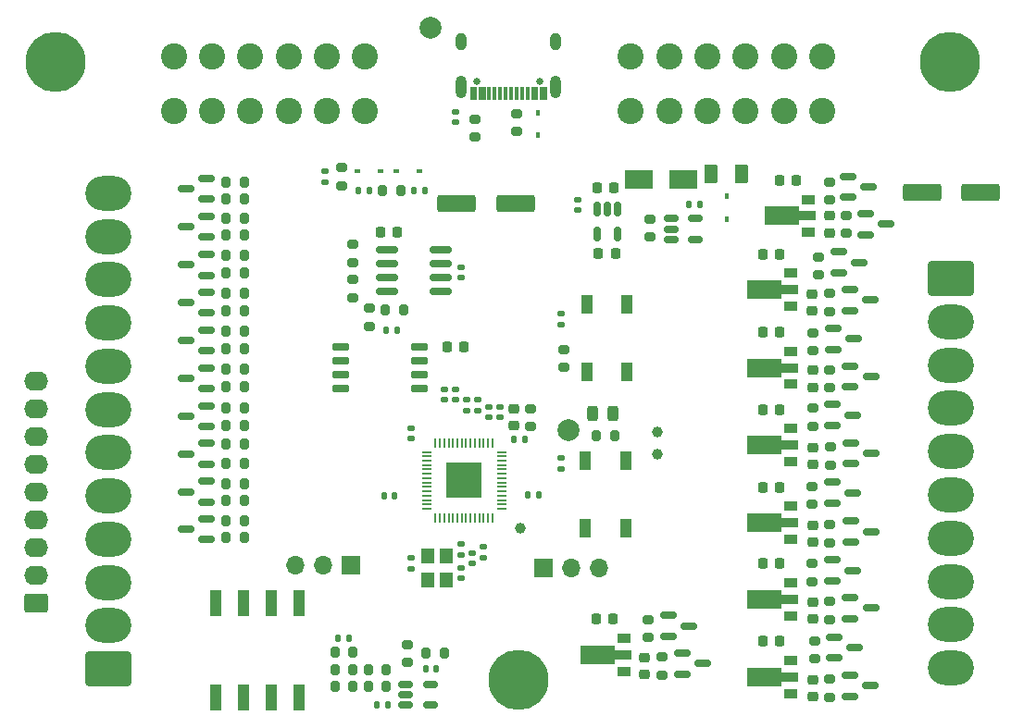
<source format=gts>
%TF.GenerationSoftware,KiCad,Pcbnew,6.0.11+dfsg-1~bpo11+1*%
%TF.CreationDate,2023-10-22T15:16:06+02:00*%
%TF.ProjectId,Out_8x10,4f75745f-3878-4313-902e-6b696361645f,0.2.0*%
%TF.SameCoordinates,Original*%
%TF.FileFunction,Soldermask,Top*%
%TF.FilePolarity,Negative*%
%FSLAX46Y46*%
G04 Gerber Fmt 4.6, Leading zero omitted, Abs format (unit mm)*
G04 Created by KiCad (PCBNEW 6.0.11+dfsg-1~bpo11+1) date 2023-10-22 15:16:06*
%MOMM*%
%LPD*%
G01*
G04 APERTURE LIST*
G04 Aperture macros list*
%AMRoundRect*
0 Rectangle with rounded corners*
0 $1 Rounding radius*
0 $2 $3 $4 $5 $6 $7 $8 $9 X,Y pos of 4 corners*
0 Add a 4 corners polygon primitive as box body*
4,1,4,$2,$3,$4,$5,$6,$7,$8,$9,$2,$3,0*
0 Add four circle primitives for the rounded corners*
1,1,$1+$1,$2,$3*
1,1,$1+$1,$4,$5*
1,1,$1+$1,$6,$7*
1,1,$1+$1,$8,$9*
0 Add four rect primitives between the rounded corners*
20,1,$1+$1,$2,$3,$4,$5,0*
20,1,$1+$1,$4,$5,$6,$7,0*
20,1,$1+$1,$6,$7,$8,$9,0*
20,1,$1+$1,$8,$9,$2,$3,0*%
%AMFreePoly0*
4,1,9,3.862500,-0.866500,0.737500,-0.866500,0.737500,-0.450000,-0.737500,-0.450000,-0.737500,0.450000,0.737500,0.450000,0.737500,0.866500,3.862500,0.866500,3.862500,-0.866500,3.862500,-0.866500,$1*%
G04 Aperture macros list end*
%ADD10RoundRect,0.140000X-0.140000X-0.170000X0.140000X-0.170000X0.140000X0.170000X-0.140000X0.170000X0*%
%ADD11C,2.000000*%
%ADD12RoundRect,0.140000X0.170000X-0.140000X0.170000X0.140000X-0.170000X0.140000X-0.170000X-0.140000X0*%
%ADD13RoundRect,0.140000X-0.170000X0.140000X-0.170000X-0.140000X0.170000X-0.140000X0.170000X0.140000X0*%
%ADD14C,2.400000*%
%ADD15RoundRect,0.200000X0.200000X0.275000X-0.200000X0.275000X-0.200000X-0.275000X0.200000X-0.275000X0*%
%ADD16RoundRect,0.200000X-0.275000X0.200000X-0.275000X-0.200000X0.275000X-0.200000X0.275000X0.200000X0*%
%ADD17RoundRect,0.225000X0.225000X0.250000X-0.225000X0.250000X-0.225000X-0.250000X0.225000X-0.250000X0*%
%ADD18R,0.600000X0.450000*%
%ADD19RoundRect,0.150000X-0.587500X-0.150000X0.587500X-0.150000X0.587500X0.150000X-0.587500X0.150000X0*%
%ADD20RoundRect,0.150000X-0.512500X-0.150000X0.512500X-0.150000X0.512500X0.150000X-0.512500X0.150000X0*%
%ADD21RoundRect,0.200000X0.275000X-0.200000X0.275000X0.200000X-0.275000X0.200000X-0.275000X-0.200000X0*%
%ADD22RoundRect,0.250000X-1.500000X-0.550000X1.500000X-0.550000X1.500000X0.550000X-1.500000X0.550000X0*%
%ADD23R,1.300000X0.900000*%
%ADD24FreePoly0,180.000000*%
%ADD25RoundRect,0.150000X0.587500X0.150000X-0.587500X0.150000X-0.587500X-0.150000X0.587500X-0.150000X0*%
%ADD26RoundRect,0.150000X-0.150000X0.512500X-0.150000X-0.512500X0.150000X-0.512500X0.150000X0.512500X0*%
%ADD27RoundRect,0.200000X-0.200000X-0.275000X0.200000X-0.275000X0.200000X0.275000X-0.200000X0.275000X0*%
%ADD28RoundRect,0.135000X0.185000X-0.135000X0.185000X0.135000X-0.185000X0.135000X-0.185000X-0.135000X0*%
%ADD29C,5.500000*%
%ADD30RoundRect,0.225000X0.250000X-0.225000X0.250000X0.225000X-0.250000X0.225000X-0.250000X-0.225000X0*%
%ADD31R,2.500000X1.800000*%
%ADD32RoundRect,0.135000X0.135000X0.185000X-0.135000X0.185000X-0.135000X-0.185000X0.135000X-0.185000X0*%
%ADD33C,1.000000*%
%ADD34RoundRect,0.243750X0.243750X0.456250X-0.243750X0.456250X-0.243750X-0.456250X0.243750X-0.456250X0*%
%ADD35C,0.650000*%
%ADD36R,0.300000X1.150000*%
%ADD37O,1.000000X2.100000*%
%ADD38O,1.000000X1.600000*%
%ADD39RoundRect,0.250000X1.850000X-1.330000X1.850000X1.330000X-1.850000X1.330000X-1.850000X-1.330000X0*%
%ADD40O,4.200000X3.160000*%
%ADD41RoundRect,0.140000X0.140000X0.170000X-0.140000X0.170000X-0.140000X-0.170000X0.140000X-0.170000X0*%
%ADD42RoundRect,0.135000X-0.185000X0.135000X-0.185000X-0.135000X0.185000X-0.135000X0.185000X0.135000X0*%
%ADD43RoundRect,0.250000X-1.850000X1.330000X-1.850000X-1.330000X1.850000X-1.330000X1.850000X1.330000X0*%
%ADD44R,1.700000X1.700000*%
%ADD45O,1.700000X1.700000*%
%ADD46RoundRect,0.135000X-0.135000X-0.185000X0.135000X-0.185000X0.135000X0.185000X-0.135000X0.185000X0*%
%ADD47R,1.100000X1.800000*%
%ADD48RoundRect,0.050000X-0.387500X-0.050000X0.387500X-0.050000X0.387500X0.050000X-0.387500X0.050000X0*%
%ADD49RoundRect,0.050000X-0.050000X-0.387500X0.050000X-0.387500X0.050000X0.387500X-0.050000X0.387500X0*%
%ADD50R,3.200000X3.200000*%
%ADD51RoundRect,0.250000X-0.375000X-0.625000X0.375000X-0.625000X0.375000X0.625000X-0.375000X0.625000X0*%
%ADD52RoundRect,0.150000X-0.825000X-0.150000X0.825000X-0.150000X0.825000X0.150000X-0.825000X0.150000X0*%
%ADD53RoundRect,0.225000X-0.225000X-0.250000X0.225000X-0.250000X0.225000X0.250000X-0.225000X0.250000X0*%
%ADD54R,0.450000X0.600000*%
%ADD55RoundRect,0.250000X0.845000X-0.620000X0.845000X0.620000X-0.845000X0.620000X-0.845000X-0.620000X0*%
%ADD56O,2.190000X1.740000*%
%ADD57R,1.120000X2.440000*%
%ADD58R,1.200000X1.400000*%
%ADD59RoundRect,0.150000X-0.650000X-0.150000X0.650000X-0.150000X0.650000X0.150000X-0.650000X0.150000X0*%
G04 APERTURE END LIST*
D10*
X151418000Y-89434000D03*
X152378000Y-89434000D03*
D11*
X142500000Y-46674000D03*
D12*
X145270000Y-97034000D03*
X145270000Y-96074000D03*
D13*
X155933600Y-62376800D03*
X155933600Y-63336800D03*
D14*
X178292000Y-54280000D03*
X178292000Y-49280000D03*
X174792000Y-49280000D03*
X174792000Y-54280000D03*
X171292000Y-49280000D03*
X171292000Y-54280000D03*
X167792000Y-54280000D03*
X167792000Y-49280000D03*
X164292000Y-54280000D03*
X164292000Y-49280000D03*
X160792000Y-54280000D03*
X160792000Y-49280000D03*
D15*
X125437400Y-64109600D03*
X123787400Y-64109600D03*
D16*
X150374000Y-54485000D03*
X150374000Y-56135000D03*
D17*
X174409400Y-102819200D03*
X172859400Y-102819200D03*
D18*
X135816000Y-59786000D03*
X137916000Y-59786000D03*
D19*
X179402500Y-102428000D03*
X179402500Y-104328000D03*
X181277500Y-103378000D03*
D20*
X164465000Y-64124800D03*
X164465000Y-65074800D03*
X164465000Y-66024800D03*
X166740000Y-66024800D03*
X166740000Y-64124800D03*
D21*
X154692000Y-77725000D03*
X154692000Y-76075000D03*
X162356800Y-102475800D03*
X162356800Y-100825800D03*
D22*
X144874000Y-62738000D03*
X150274000Y-62738000D03*
D12*
X143746000Y-80682000D03*
X143746000Y-79722000D03*
D23*
X175436800Y-86336000D03*
D24*
X175349300Y-84836000D03*
D23*
X175436800Y-83336000D03*
D21*
X178956000Y-72605400D03*
X178956000Y-70955400D03*
D17*
X159401000Y-67310000D03*
X157851000Y-67310000D03*
D25*
X121993900Y-65821600D03*
X121993900Y-63921600D03*
X120118900Y-64871600D03*
D21*
X179019200Y-93789000D03*
X179019200Y-92139000D03*
D19*
X179250100Y-88254800D03*
X179250100Y-90154800D03*
X181125100Y-89204800D03*
D26*
X159598400Y-63276900D03*
X158648400Y-63276900D03*
X157698400Y-63276900D03*
X157698400Y-65551900D03*
X159598400Y-65551900D03*
D27*
X136792200Y-106934000D03*
X138442200Y-106934000D03*
D15*
X125439700Y-89875400D03*
X123789700Y-89875400D03*
D19*
X179796500Y-67172800D03*
X179796500Y-69072800D03*
X181671500Y-68122800D03*
D28*
X145294000Y-94951000D03*
X145294000Y-93931000D03*
D27*
X133732000Y-105410000D03*
X135382000Y-105410000D03*
D13*
X144786000Y-54322000D03*
X144786000Y-55282000D03*
D29*
X108200000Y-49744000D03*
D19*
X180824900Y-70627200D03*
X180824900Y-72527200D03*
X182699900Y-71577200D03*
D23*
X175436800Y-100458400D03*
D24*
X175349300Y-98958400D03*
D23*
X175436800Y-97458400D03*
D17*
X174409400Y-88696800D03*
X172859400Y-88696800D03*
D16*
X134326000Y-59469000D03*
X134326000Y-61119000D03*
D13*
X145294000Y-68546000D03*
X145294000Y-69506000D03*
D30*
X162052000Y-105829400D03*
X162052000Y-104279400D03*
D31*
X165576000Y-60579000D03*
X161576000Y-60579000D03*
D30*
X178943000Y-65418000D03*
X178943000Y-63868000D03*
X150096000Y-83080000D03*
X150096000Y-81530000D03*
D19*
X180875700Y-98821200D03*
X180875700Y-100721200D03*
X182750700Y-99771200D03*
D18*
X139372000Y-59786000D03*
X141472000Y-59786000D03*
D19*
X180926500Y-91810800D03*
X180926500Y-93710800D03*
X182801500Y-92760800D03*
D32*
X138635200Y-108661200D03*
X137615200Y-108661200D03*
D13*
X132802000Y-59814000D03*
X132802000Y-60774000D03*
D33*
X150672800Y-92456000D03*
D34*
X159185500Y-81980000D03*
X157310500Y-81980000D03*
D35*
X152502000Y-51565000D03*
X146722000Y-51565000D03*
D36*
X152962000Y-52630000D03*
X152162000Y-52630000D03*
X150862000Y-52630000D03*
X149862000Y-52630000D03*
X149362000Y-52630000D03*
X148362000Y-52630000D03*
X147062000Y-52630000D03*
X146262000Y-52630000D03*
X146562000Y-52630000D03*
X147362000Y-52630000D03*
X147862000Y-52630000D03*
X148862000Y-52630000D03*
X150362000Y-52630000D03*
X151362000Y-52630000D03*
X151862000Y-52630000D03*
X152662000Y-52630000D03*
D37*
X145292000Y-52065000D03*
X153932000Y-52065000D03*
D38*
X145292000Y-47885000D03*
X153932000Y-47885000D03*
D15*
X125437400Y-62331600D03*
X123787400Y-62331600D03*
D39*
X113001000Y-105346000D03*
D40*
X113001000Y-101386000D03*
X113001000Y-97426000D03*
X113001000Y-93466000D03*
X113001000Y-89506000D03*
X113001000Y-85546000D03*
X113001000Y-81586000D03*
X113001000Y-77626000D03*
X113001000Y-73666000D03*
X113001000Y-69706000D03*
X113001000Y-65746000D03*
X113001000Y-61786000D03*
D23*
X177037000Y-65381000D03*
D24*
X176949500Y-63881000D03*
D23*
X177037000Y-62381000D03*
D15*
X125437400Y-91795600D03*
X123787400Y-91795600D03*
D17*
X139459000Y-65379600D03*
X137909000Y-65379600D03*
D30*
X177342800Y-72555400D03*
X177342800Y-71005400D03*
D27*
X157677000Y-84012000D03*
X159327000Y-84012000D03*
D20*
X140238900Y-106746000D03*
X140238900Y-107696000D03*
X140238900Y-108646000D03*
X142513900Y-108646000D03*
X142513900Y-106746000D03*
D21*
X177393600Y-97345000D03*
X177393600Y-95695000D03*
D23*
X175436800Y-107570400D03*
D24*
X175349300Y-106070400D03*
D23*
X175436800Y-104570400D03*
D21*
X163626800Y-105879400D03*
X163626800Y-104229400D03*
D19*
X165534100Y-103901200D03*
X165534100Y-105801200D03*
X167409100Y-104851200D03*
D15*
X125439700Y-84770000D03*
X123789700Y-84770000D03*
D41*
X167112000Y-62839600D03*
X166152000Y-62839600D03*
D15*
X125437400Y-65633600D03*
X123787400Y-65633600D03*
D21*
X179070000Y-86677000D03*
X179070000Y-85027000D03*
D33*
X163271200Y-85648800D03*
D17*
X159207200Y-100736400D03*
X157657200Y-100736400D03*
D42*
X154438000Y-72834000D03*
X154438000Y-73854000D03*
D41*
X143024800Y-105359200D03*
X142064800Y-105359200D03*
D15*
X125437400Y-79512200D03*
X123787400Y-79512200D03*
D43*
X190071800Y-69606800D03*
D40*
X190071800Y-73566800D03*
X190071800Y-77526800D03*
X190071800Y-81486800D03*
X190071800Y-85446800D03*
X190071800Y-89406800D03*
X190071800Y-93366800D03*
X190071800Y-97326800D03*
X190071800Y-101286800D03*
X190071800Y-105246800D03*
D19*
X179300900Y-74183200D03*
X179300900Y-76083200D03*
X181175900Y-75133200D03*
D21*
X178943000Y-62420000D03*
X178943000Y-60770000D03*
X140411200Y-104761800D03*
X140411200Y-103111800D03*
D15*
X143725400Y-103886000D03*
X142075400Y-103886000D03*
D25*
X121993900Y-72755800D03*
X121993900Y-70855800D03*
X120118900Y-71805800D03*
D15*
X125439700Y-81442600D03*
X123789700Y-81442600D03*
D19*
X180875700Y-77637600D03*
X180875700Y-79537600D03*
X182750700Y-78587600D03*
D15*
X140017000Y-72517000D03*
X138367000Y-72517000D03*
D44*
X152857200Y-96113600D03*
D45*
X155397200Y-96113600D03*
X157937200Y-96113600D03*
D32*
X136868000Y-61564000D03*
X135848000Y-61564000D03*
D17*
X174409400Y-95707200D03*
X172859400Y-95707200D03*
D19*
X164213300Y-100446800D03*
X164213300Y-102346800D03*
X166088300Y-101396800D03*
D15*
X125439700Y-88351400D03*
X123789700Y-88351400D03*
D17*
X174409400Y-74472800D03*
X172859400Y-74472800D03*
D15*
X139769000Y-61564000D03*
X138119000Y-61564000D03*
D16*
X135382000Y-66485000D03*
X135382000Y-68135000D03*
D23*
X160196800Y-105538400D03*
D24*
X160109300Y-104038400D03*
D23*
X160196800Y-102538400D03*
D21*
X177596800Y-104406200D03*
X177596800Y-102756200D03*
D15*
X125437400Y-74396600D03*
X123787400Y-74396600D03*
D46*
X134008400Y-102514400D03*
X135028400Y-102514400D03*
D47*
X160352000Y-86246000D03*
X160352000Y-92446000D03*
X156652000Y-86246000D03*
X156652000Y-92446000D03*
D48*
X142110500Y-85476000D03*
X142110500Y-85876000D03*
X142110500Y-86276000D03*
X142110500Y-86676000D03*
X142110500Y-87076000D03*
X142110500Y-87476000D03*
X142110500Y-87876000D03*
X142110500Y-88276000D03*
X142110500Y-88676000D03*
X142110500Y-89076000D03*
X142110500Y-89476000D03*
X142110500Y-89876000D03*
X142110500Y-90276000D03*
X142110500Y-90676000D03*
D49*
X142948000Y-91513500D03*
X143348000Y-91513500D03*
X143748000Y-91513500D03*
X144148000Y-91513500D03*
X144548000Y-91513500D03*
X144948000Y-91513500D03*
X145348000Y-91513500D03*
X145748000Y-91513500D03*
X146148000Y-91513500D03*
X146548000Y-91513500D03*
X146948000Y-91513500D03*
X147348000Y-91513500D03*
X147748000Y-91513500D03*
X148148000Y-91513500D03*
D48*
X148985500Y-90676000D03*
X148985500Y-90276000D03*
X148985500Y-89876000D03*
X148985500Y-89476000D03*
X148985500Y-89076000D03*
X148985500Y-88676000D03*
X148985500Y-88276000D03*
X148985500Y-87876000D03*
X148985500Y-87476000D03*
X148985500Y-87076000D03*
X148985500Y-86676000D03*
X148985500Y-86276000D03*
X148985500Y-85876000D03*
X148985500Y-85476000D03*
D49*
X148148000Y-84638500D03*
X147748000Y-84638500D03*
X147348000Y-84638500D03*
X146948000Y-84638500D03*
X146548000Y-84638500D03*
X146148000Y-84638500D03*
X145748000Y-84638500D03*
X145348000Y-84638500D03*
X144948000Y-84638500D03*
X144548000Y-84638500D03*
X144148000Y-84638500D03*
X143748000Y-84638500D03*
X143348000Y-84638500D03*
X142948000Y-84638500D03*
D50*
X145548000Y-88076000D03*
D51*
X168145000Y-60071000D03*
X170945000Y-60071000D03*
D21*
X136906000Y-73977000D03*
X136906000Y-72327000D03*
D17*
X159261000Y-61341000D03*
X157711000Y-61341000D03*
D16*
X162560000Y-64148200D03*
X162560000Y-65798200D03*
D42*
X146794000Y-80677000D03*
X146794000Y-81697000D03*
D52*
X138495000Y-66979800D03*
X138495000Y-68249800D03*
X138495000Y-69519800D03*
X138495000Y-70789800D03*
X143445000Y-70789800D03*
X143445000Y-69519800D03*
X143445000Y-68249800D03*
X143445000Y-66979800D03*
D21*
X179019200Y-100799400D03*
X179019200Y-99149400D03*
D27*
X133732000Y-103835200D03*
X135382000Y-103835200D03*
D17*
X175933400Y-60604400D03*
X174383400Y-60604400D03*
D13*
X147326000Y-94180000D03*
X147326000Y-95140000D03*
D30*
X177444400Y-107861400D03*
X177444400Y-106311400D03*
D19*
X179250100Y-81142800D03*
X179250100Y-83042800D03*
X181125100Y-82092800D03*
D15*
X125437400Y-72567800D03*
X123787400Y-72567800D03*
D19*
X179250100Y-95366800D03*
X179250100Y-97266800D03*
X181125100Y-96316800D03*
D25*
X121993900Y-76235600D03*
X121993900Y-74335600D03*
X120118900Y-75285600D03*
D53*
X144011000Y-75884000D03*
X145561000Y-75884000D03*
D25*
X121993900Y-79700200D03*
X121993900Y-77800200D03*
X120118900Y-78750200D03*
D15*
X125437400Y-70916800D03*
X123787400Y-70916800D03*
D14*
X136518000Y-54280000D03*
X136518000Y-49280000D03*
X133018000Y-54280000D03*
X133018000Y-49280000D03*
X129518000Y-54280000D03*
X129518000Y-49280000D03*
X126018000Y-54280000D03*
X126018000Y-49280000D03*
X122518000Y-49280000D03*
X122518000Y-54280000D03*
X119018000Y-49280000D03*
X119018000Y-54280000D03*
D47*
X160480000Y-71926000D03*
X160480000Y-78126000D03*
X156780000Y-78126000D03*
X156780000Y-71926000D03*
D15*
X125439700Y-83093600D03*
X123789700Y-83093600D03*
D25*
X121996200Y-90063400D03*
X121996200Y-88163400D03*
X120121200Y-89113400D03*
D29*
X150571200Y-106375200D03*
D25*
X121996200Y-86609000D03*
X121996200Y-84709000D03*
X120121200Y-85659000D03*
D41*
X139424000Y-74360000D03*
X138464000Y-74360000D03*
D21*
X179019200Y-79615800D03*
X179019200Y-77965800D03*
D27*
X136780000Y-105410000D03*
X138430000Y-105410000D03*
D19*
X180824900Y-105933200D03*
X180824900Y-107833200D03*
X182699900Y-106883200D03*
X180926500Y-84648000D03*
X180926500Y-86548000D03*
X182801500Y-85598000D03*
D25*
X121993900Y-93507600D03*
X121993900Y-91607600D03*
X120118900Y-92557600D03*
D15*
X125437400Y-76047600D03*
X123787400Y-76047600D03*
D42*
X145778000Y-80677000D03*
X145778000Y-81697000D03*
D54*
X152332000Y-56510000D03*
X152332000Y-54410000D03*
D15*
X125437400Y-93319600D03*
X123787400Y-93319600D03*
D25*
X121993900Y-69301400D03*
X121993900Y-67401400D03*
X120118900Y-68351400D03*
D55*
X106446000Y-99314000D03*
D56*
X106446000Y-96774000D03*
X106446000Y-94234000D03*
X106446000Y-91694000D03*
X106446000Y-89154000D03*
X106446000Y-86614000D03*
X106446000Y-84074000D03*
X106446000Y-81534000D03*
X106446000Y-78994000D03*
D12*
X147824000Y-82302000D03*
X147824000Y-81342000D03*
D25*
X121996200Y-83154600D03*
X121996200Y-81254600D03*
X120121200Y-82204600D03*
D21*
X179019200Y-107911400D03*
X179019200Y-106261400D03*
D22*
X187419000Y-61722000D03*
X192819000Y-61722000D03*
D30*
X177444400Y-100749400D03*
X177444400Y-99199400D03*
D23*
X175436800Y-79274800D03*
D24*
X175349300Y-77774800D03*
D23*
X175436800Y-76274800D03*
D12*
X144762000Y-80682000D03*
X144762000Y-79722000D03*
D15*
X125437400Y-77861200D03*
X123787400Y-77861200D03*
D19*
X180672500Y-60264000D03*
X180672500Y-62164000D03*
X182547500Y-61214000D03*
D25*
X121993900Y-62341800D03*
X121993900Y-60441800D03*
X120118900Y-61391800D03*
D21*
X177940000Y-69278000D03*
X177940000Y-67628000D03*
D16*
X151620000Y-81505000D03*
X151620000Y-83155000D03*
D10*
X150124000Y-84370000D03*
X151084000Y-84370000D03*
D21*
X177444400Y-83121000D03*
X177444400Y-81471000D03*
D16*
X135382000Y-69685400D03*
X135382000Y-71335400D03*
D30*
X177444400Y-93739000D03*
X177444400Y-92189000D03*
D15*
X125437400Y-67462400D03*
X123787400Y-67462400D03*
D28*
X154432000Y-87062000D03*
X154432000Y-86042000D03*
D21*
X177444400Y-76212200D03*
X177444400Y-74562200D03*
D44*
X135178800Y-95808800D03*
D45*
X132638800Y-95808800D03*
X130098800Y-95808800D03*
D15*
X125437400Y-60807600D03*
X123787400Y-60807600D03*
D17*
X174409400Y-81584800D03*
X172859400Y-81584800D03*
D13*
X146310000Y-94708000D03*
X146310000Y-95668000D03*
D21*
X180467000Y-65468000D03*
X180467000Y-63818000D03*
D57*
X122885200Y-107937000D03*
X125425200Y-107937000D03*
X127965200Y-107937000D03*
X130505200Y-107937000D03*
X130505200Y-99327000D03*
X127965200Y-99327000D03*
X125425200Y-99327000D03*
X122885200Y-99327000D03*
D54*
X169545000Y-62069000D03*
X169545000Y-64169000D03*
D12*
X140698000Y-96148000D03*
X140698000Y-95188000D03*
D15*
X125439700Y-86548000D03*
X123789700Y-86548000D03*
D23*
X175399000Y-72112000D03*
D24*
X175311500Y-70612000D03*
D23*
X175399000Y-69112000D03*
D15*
X125437400Y-69113400D03*
X123787400Y-69113400D03*
D32*
X141948000Y-61564000D03*
X140928000Y-61564000D03*
D29*
X190000000Y-49780000D03*
D16*
X146564000Y-54993000D03*
X146564000Y-56643000D03*
D33*
X163271200Y-83616800D03*
D23*
X175436800Y-93448000D03*
D24*
X175349300Y-91948000D03*
D23*
X175436800Y-90448000D03*
D21*
X177393600Y-90283800D03*
X177393600Y-88633800D03*
D19*
X182247300Y-63693000D03*
X182247300Y-65593000D03*
X184122300Y-64643000D03*
D30*
X177444400Y-79565800D03*
X177444400Y-78015800D03*
D11*
X155073000Y-83504000D03*
D58*
X143898000Y-97177000D03*
X143898000Y-94977000D03*
X142198000Y-94977000D03*
X142198000Y-97177000D03*
D12*
X148826000Y-82302000D03*
X148826000Y-81342000D03*
D41*
X139178000Y-89473000D03*
X138218000Y-89473000D03*
D59*
X134304000Y-75853000D03*
X134304000Y-77123000D03*
X134304000Y-78393000D03*
X134304000Y-79663000D03*
X141504000Y-79663000D03*
X141504000Y-78393000D03*
X141504000Y-77123000D03*
X141504000Y-75853000D03*
D12*
X140722000Y-84238000D03*
X140722000Y-83278000D03*
D30*
X177495200Y-86627000D03*
X177495200Y-85077000D03*
D27*
X133744200Y-106934000D03*
X135394200Y-106934000D03*
D17*
X174397000Y-67360800D03*
X172847000Y-67360800D03*
M02*

</source>
